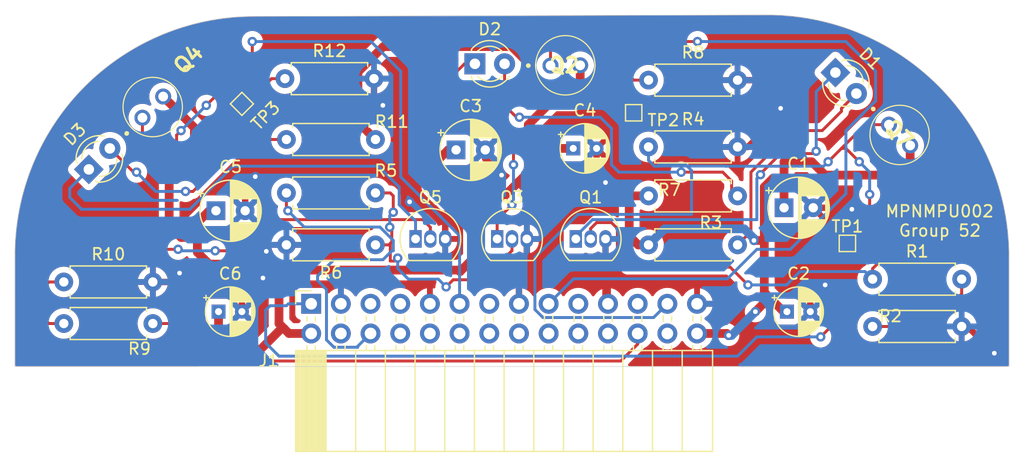
<source format=kicad_pcb>
(kicad_pcb (version 20221018) (generator pcbnew)
  (layers (0 "F.Cu" signal) (31 "B.Cu" signal) (34 "B.Paste" user) (35 "F.Paste" user) (36 "B.SilkS" user "B.Silkscreen") (37 "F.SilkS" user "F.Silkscreen") (38 "B.Mask" user) (39 "F.Mask" user) (44 "Edge.Cuts" user))
  (net 0 "")
  (net 1 "Net-(D1-K)")
  (net 2 "Net-(D1-A)")
  (net 3 "Net-(D2-A)")
  (net 4 "GND")
  (net 5 "+3V3")
  (net 6 "Net-(D2-K)")
  (net 7 "Net-(D3-K)")
  (net 8 "Net-(D3-A)")
  (net 9 "Net-(J1-Pin_1)")
  (net 12 "Net-(J1-Pin_6)")
  (net 16 "Net-(J1-Pin_11)")
  (net 21 "Net-(J1-Pin_17)")
  (net 27 "Net-(J1-Pin_24)")
  (net 28 "Net-(J1-Pin_25)")
  (net 30 "Net-(Q1-G)")
  (net 31 "Net-(Q3-G)")
  (net 32 "Net-(Q5-G)")
  (footprint "TestPoint:TestPoint_Pad_1.0x1.0mm" (layer "F.Cu") (at 236.347 78.232)
    (fp_text reference "TP1" (at 0 -1.448) (layer "F.SilkS"))
    (fp_text value "TP")
    (pad "1" smd rect (at 0 0) (size 1 1) (layers "F.Cu" "F.Mask") (net 28 "Net-(J1-Pin_25)"))
  )
  (footprint "LED_THT:LED_D3.0mm_IRBlack" (layer "F.Cu") (at 235.318439 63.614439 -45)
    (fp_text reference "D1" (at 1.27 -2.96 135) (layer "F.SilkS"))
    (fp_text value "TSAL4400")
    (pad "1" thru_hole rect (at 0 0 315) (size 1.8 1.8) (drill 0.9) (layers "*.Cu" "*.Mask") (net 1 "Net-(D1-K)"))
    (pad "2" thru_hole circle (at 2.54 0 315) (size 1.8 1.8) (drill 0.9) (layers "*.Cu" "*.Mask") (net 2 "Net-(D1-A)"))
  )
  (footprint "TestPoint:TestPoint_Pad_1.0x1.0mm" (layer "F.Cu") (at 184.531 66.294 45)
    (fp_text reference "TP3" (at 0.71842 2.155261 45) (layer "F.SilkS"))
    (fp_text value "TP")
    (pad "1" smd rect (at 0 0 45) (size 1 1) (layers "F.Cu" "F.Mask") (net 16 "Net-(J1-Pin_11)"))
  )
  (footprint "Package_TO_SOT_THT:TO-92_Inline" (layer "F.Cu") (at 206.375 77.851)
    (fp_text reference "Q3" (at 1.27 -3.56) (layer "F.SilkS"))
    (fp_text value "BS170")
    (pad "1" thru_hole rect (at 0 0) (size 1.05 1.5) (drill 0.75) (layers "*.Cu" "*.Mask") (net 6 "Net-(D2-K)"))
    (pad "2" thru_hole oval (at 1.27 0) (size 1.05 1.5) (drill 0.75) (layers "*.Cu" "*.Mask") (net 31 "Net-(Q3-G)"))
    (pad "3" thru_hole oval (at 2.54 0) (size 1.05 1.5) (drill 0.75) (layers "*.Cu" "*.Mask") (net 4 "GND"))
  )
  (footprint "Capacitor_THT:CP_Radial_D5.0mm_P2.50mm" (layer "F.Cu") (at 202.859 70.231)
    (fp_text reference "C3" (at 1.25 -3.75) (layer "F.SilkS"))
    (fp_text value "4.7u")
    (pad "1" thru_hole rect (at 0 0) (size 1.6 1.6) (drill 0.8) (layers "*.Cu" "*.Mask") (net 5 "+3V3"))
    (pad "2" thru_hole circle (at 2.5 0) (size 1.6 1.6) (drill 0.8) (layers "*.Cu" "*.Mask") (net 4 "GND"))
  )
  (footprint "Resistor_THT:R_Axial_DIN0207_L6.3mm_D2.5mm_P7.62mm_Horizontal" (layer "F.Cu") (at 169.291 85.09)
    (fp_text reference "R9" (at 6.477 2.159) (layer "F.SilkS"))
    (fp_text value "100")
    (pad "1" thru_hole circle (at 0 0) (size 1.6 1.6) (drill 0.8) (layers "*.Cu" "*.Mask") (net 32 "Net-(Q5-G)"))
    (pad "2" thru_hole oval (at 7.62 0) (size 1.6 1.6) (drill 0.8) (layers "*.Cu" "*.Mask") (net 27 "Net-(J1-Pin_24)"))
  )
  (footprint "KiCad:PT2046B" (layer "F.Cu") (at 239.903 68.072 -45)
    (fp_text reference "Q7" (at 1.155 -0.027 135) (layer "F.SilkS") (effects (font (size 1.27 1.27) (thickness 0.254))))
    (fp_text value "PT204-6B" hide)
    (pad "1" thru_hole circle (at 0 0 315) (size 1.365 1.365) (drill 0.84) (layers "*.Cu" "*.Mask") (net 28 "Net-(J1-Pin_25)"))
    (pad "2" thru_hole circle (at 2.54 -0.027 315) (size 1.365 1.365) (drill 0.84) (layers "*.Cu" "*.Mask") (net 5 "+3V3"))
  )
  (footprint "Capacitor_THT:CP_Radial_D5.0mm_P2.50mm" (layer "F.Cu") (at 182.309888 75.438)
    (fp_text reference "C5" (at 1.25 -3.75) (layer "F.SilkS"))
    (fp_text value "4.7u")
    (pad "1" thru_hole rect (at 0 0) (size 1.6 1.6) (drill 0.8) (layers "*.Cu" "*.Mask") (net 5 "+3V3"))
    (pad "2" thru_hole circle (at 2.5 0) (size 1.6 1.6) (drill 0.8) (layers "*.Cu" "*.Mask") (net 4 "GND"))
  )
  (footprint "Resistor_THT:R_Axial_DIN0207_L6.3mm_D2.5mm_P7.62mm_Horizontal" (layer "F.Cu") (at 219.329 69.977)
    (fp_text reference "R4" (at 3.81 -2.37) (layer "F.SilkS"))
    (fp_text value "1.8k")
    (pad "1" thru_hole circle (at 0 0) (size 1.6 1.6) (drill 0.8) (layers "*.Cu" "*.Mask") (net 28 "Net-(J1-Pin_25)"))
    (pad "2" thru_hole oval (at 7.62 0) (size 1.6 1.6) (drill 0.8) (layers "*.Cu" "*.Mask") (net 4 "GND"))
  )
  (footprint "Resistor_THT:R_Axial_DIN0207_L6.3mm_D2.5mm_P7.62mm_Horizontal" (layer "F.Cu") (at 195.961 78.359 180)
    (fp_text reference "R6" (at 3.81 -2.37) (layer "F.SilkS"))
    (fp_text value "47k")
    (pad "1" thru_hole circle (at 0 0 180) (size 1.6 1.6) (drill 0.8) (layers "*.Cu" "*.Mask") (net 31 "Net-(Q3-G)"))
    (pad "2" thru_hole oval (at 7.62 0 180) (size 1.6 1.6) (drill 0.8) (layers "*.Cu" "*.Mask") (net 4 "GND"))
  )
  (footprint "LED_THT:LED_D3.0mm_IRBlack" (layer "F.Cu") (at 171.431949 71.900051 45)
    (fp_text reference "D3" (at 1.27 -2.96 45) (layer "F.SilkS"))
    (fp_text value "TSAL4400")
    (pad "1" thru_hole rect (at 0 0 45) (size 1.8 1.8) (drill 0.9) (layers "*.Cu" "*.Mask") (net 7 "Net-(D3-K)"))
    (pad "2" thru_hole circle (at 2.54 0 45) (size 1.8 1.8) (drill 0.9) (layers "*.Cu" "*.Mask") (net 8 "Net-(D3-A)"))
  )
  (footprint "Resistor_THT:R_Axial_DIN0207_L6.3mm_D2.5mm_P7.62mm_Horizontal" (layer "F.Cu") (at 195.961 69.342 180)
    (fp_text reference "R11" (at -1.397 1.524) (layer "F.SilkS"))
    (fp_text value "51")
    (pad "1" thru_hole circle (at 0 0 180) (size 1.6 1.6) (drill 0.8) (layers "*.Cu" "*.Mask") (net 5 "+3V3"))
    (pad "2" thru_hole oval (at 7.62 0 180) (size 1.6 1.6) (drill 0.8) (layers "*.Cu" "*.Mask") (net 8 "Net-(D3-A)"))
  )
  (footprint "KiCad:PT2046B" (layer "F.Cu") (at 176.017551 67.479633 45)
    (fp_text reference "Q4" (at 6.319471 -0.745421 45) (layer "F.SilkS") (effects (font (size 1.27 1.27) (thickness 0.254))))
    (fp_text value "PT204-6B" hide)
    (pad "1" thru_hole circle (at 0 0 45) (size 1.365 1.365) (drill 0.84) (layers "*.Cu" "*.Mask") (net 16 "Net-(J1-Pin_11)"))
    (pad "2" thru_hole circle (at 2.54 -0.027 45) (size 1.365 1.365) (drill 0.84) (layers "*.Cu" "*.Mask") (net 5 "+3V3"))
  )
  (footprint "Resistor_THT:R_Axial_DIN0207_L6.3mm_D2.5mm_P7.62mm_Horizontal" (layer "F.Cu") (at 238.506 85.344)
    (fp_text reference "R2" (at 1.524 -0.889) (layer "F.SilkS"))
    (fp_text value "47k")
    (pad "1" thru_hole circle (at 0 0) (size 1.6 1.6) (drill 0.8) (layers "*.Cu" "*.Mask") (net 30 "Net-(Q1-G)"))
    (pad "2" thru_hole oval (at 7.62 0) (size 1.6 1.6) (drill 0.8) (layers "*.Cu" "*.Mask") (net 4 "GND"))
  )
  (footprint "Resistor_THT:R_Axial_DIN0207_L6.3mm_D2.5mm_P7.62mm_Horizontal" (layer "F.Cu") (at 169.291 81.534)
    (fp_text reference "R10" (at 3.81 -2.37) (layer "F.SilkS"))
    (fp_text value "47k")
    (pad "1" thru_hole circle (at 0 0) (size 1.6 1.6) (drill 0.8) (layers "*.Cu" "*.Mask") (net 32 "Net-(Q5-G)"))
    (pad "2" thru_hole oval (at 7.62 0) (size 1.6 1.6) (drill 0.8) (layers "*.Cu" "*.Mask") (net 4 "GND"))
  )
  (footprint "Connector_PinSocket_2.54mm:PinSocket_2x14_P2.54mm_Horizontal" (layer "F.Cu") (at 190.46 83.402 90)
    (fp_text reference "J1" (at -4.863 -3.643 180) (layer "F.SilkS"))
    (fp_text value "Conn_02x14_Odd_Even")
    (pad "1" thru_hole rect (at 0 0 90) (size 1.7 1.7) (drill 1) (layers "*.Cu" "*.Mask") (net 9 "Net-(J1-Pin_1)"))
    (pad "2" thru_hole oval (at -2.54 0 90) (size 1.7 1.7) (drill 1) (layers "*.Cu" "*.Mask") (net 5 "+3V3"))
    (pad "3" thru_hole oval (at 0 2.54 90) (size 1.7 1.7) (drill 1) (layers "*.Cu" "*.Mask") (net 4 "GND"))
    (pad "4" thru_hole oval (at -2.54 2.54 90) (size 1.7 1.7) (drill 1) (layers "*.Cu" "*.Mask"))
    (pad "5" thru_hole oval (at 0 5.08 90) (size 1.7 1.7) (drill 1) (layers "*.Cu" "*.Mask"))
    (pad "6" thru_hole oval (at -2.54 5.08 90) (size 1.7 1.7) (drill 1) (layers "*.Cu" "*.Mask") (net 12 "Net-(J1-Pin_6)"))
    (pad "7" thru_hole oval (at 0 7.62 90) (size 1.7 1.7) (drill 1) (layers "*.Cu" "*.Mask"))
    (pad "8" thru_hole oval (at -2.54 7.62 90) (size 1.7 1.7) (drill 1) (layers "*.Cu" "*.Mask"))
    (pad "9" thru_hole oval (at 0 10.16 90) (size 1.7 1.7) (drill 1) (layers "*.Cu" "*.Mask") (net 4 "GND"))
    (pad "10" thru_hole oval (at -2.54 10.16 90) (size 1.7 1.7) (drill 1) (layers "*.Cu" "*.Mask"))
    (pad "11" thru_hole oval (at 0 12.7 90) (size 1.7 1.7) (drill 1) (layers "*.Cu" "*.Mask") (net 16 "Net-(J1-Pin_11)"))
    (pad "12" thru_hole oval (at -2.54 12.7 90) (size 1.7 1.7) (drill 1) (layers "*.Cu" "*.Mask"))
    (pad "13" thru_hole oval (at 0 15.24 90) (size 1.7 1.7) (drill 1) (layers "*.Cu" "*.Mask"))
    (pad "14" thru_hole oval (at -2.54 15.24 90) (size 1.7 1.7) (drill 1) (layers "*.Cu" "*.Mask"))
    (pad "15" thru_hole oval (at 0 17.78 90) (size 1.7 1.7) (drill 1) (layers "*.Cu" "*.Mask") (net 4 "GND"))
    (pad "16" thru_hole oval (at -2.54 17.78 90) (size 1.7 1.7) (drill 1) (layers "*.Cu" "*.Mask"))
    (pad "17" thru_hole oval (at 0 20.32 90) (size 1.7 1.7) (drill 1) (layers "*.Cu" "*.Mask") (net 21 "Net-(J1-Pin_17)"))
    (pad "18" thru_hole oval (at -2.54 20.32 90) (size 1.7 1.7) (drill 1) (layers "*.Cu" "*.Mask"))
    (pad "19" thru_hole oval (at 0 22.86 90) (size 1.7 1.7) (drill 1) (layers "*.Cu" "*.Mask"))
    (pad "20" thru_hole oval (at -2.54 22.86 90) (size 1.7 1.7) (drill 1) (layers "*.Cu" "*.Mask"))
    (pad "21" thru_hole oval (at 0 25.4 90) (size 1.7 1.7) (drill 1) (layers "*.Cu" "*.Mask") (net 4 "GND"))
    (pad "22" thru_hole oval (at -2.54 25.4 90) (size 1.7 1.7) (drill 1) (layers "*.Cu" "*.Mask"))
    (pad "23" thru_hole oval (at 0 27.94 90) (size 1.7 1.7) (drill 1) (layers "*.Cu" "*.Mask"))
    (pad "24" thru_hole oval (at -2.54 27.94 90) (size 1.7 1.7) (drill 1) (layers "*.Cu" "*.Mask") (net 27 "Net-(J1-Pin_24)"))
    (pad "25" thru_hole oval (at 0 30.48 90) (size 1.7 1.7) (drill 1) (layers "*.Cu" "*.Mask") (net 28 "Net-(J1-Pin_25)"))
    (pad "26" thru_hole oval (at -2.54 30.48 90) (size 1.7 1.7) (drill 1) (layers "*.Cu" "*.Mask"))
    (pad "27" thru_hole oval (at 0 33.02 90) (size 1.7 1.7) (drill 1) (layers "*.Cu" "*.Mask") (net 4 "GND"))
    (pad "28" thru_hole oval (at -2.54 33.02 90) (size 1.7 1.7) (drill 1) (layers "*.Cu" "*.Mask") (net 5 "+3V3"))
  )
  (footprint "Capacitor_THT:CP_Radial_D4.0mm_P2.00mm" (layer "F.Cu") (at 231.172 84.074)
    (fp_text reference "C2" (at 1 -3.25) (layer "F.SilkS"))
    (fp_text value "0.1u")
    (pad "1" thru_hole rect (at 0 0) (size 1.2 1.2) (drill 0.6) (layers "*.Cu" "*.Mask") (net 5 "+3V3"))
    (pad "2" thru_hole circle (at 2 0) (size 1.2 1.2) (drill 0.6) (layers "*.Cu" "*.Mask") (net 4 "GND"))
  )
  (footprint "KiCad:PT2046B" (layer "F.Cu") (at 210.94 63.019)
    (fp_text reference "Q2" (at 1.155 -0.027) (layer "F.SilkS") (effects (font (size 1.27 1.27) (thickness 0.254))))
    (fp_text value "PT204-6B" hide)
    (pad "1" thru_hole circle (at 0 0) (size 1.365 1.365) (drill 0.84) (layers "*.Cu" "*.Mask") (net 21 "Net-(J1-Pin_17)"))
    (pad "2" thru_hole circle (at 2.54 -0.027) (size 1.365 1.365) (drill 0.84) (layers "*.Cu" "*.Mask") (net 5 "+3V3"))
  )
  (footprint "Capacitor_THT:CP_Radial_D5.0mm_P2.50mm" (layer "F.Cu") (at 230.926 75.184)
    (fp_text reference "C1" (at 1.25 -3.75) (layer "F.SilkS"))
    (fp_text value "4.7u")
    (pad "1" thru_hole rect (at 0 0) (size 1.6 1.6) (drill 0.8) (layers "*.Cu" "*.Mask") (net 5 "+3V3"))
    (pad "2" thru_hole circle (at 2.5 0) (size 1.6 1.6) (drill 0.8) (layers "*.Cu" "*.Mask") (net 4 "GND"))
  )
  (footprint "Resistor_THT:R_Axial_DIN0207_L6.3mm_D2.5mm_P7.62mm_Horizontal" (layer "F.Cu") (at 219.329 78.359)
    (fp_text reference "R3" (at 5.334 -1.905) (layer "F.SilkS"))
    (fp_text value "51")
    (pad "1" thru_hole circle (at 0 0) (size 1.6 1.6) (drill 0.8) (layers "*.Cu" "*.Mask") (net 5 "+3V3"))
    (pad "2" thru_hole oval (at 7.62 0) (size 1.6 1.6) (drill 0.8) (layers "*.Cu" "*.Mask") (net 2 "Net-(D1-A)"))
  )
  (footprint "Resistor_THT:R_Axial_DIN0207_L6.3mm_D2.5mm_P7.62mm_Horizontal" (layer "F.Cu") (at 195.961 73.914 180)
    (fp_text reference "R5" (at -0.889 1.905) (layer "F.SilkS"))
    (fp_text value "100")
    (pad "1" thru_hole circle (at 0 0 180) (size 1.6 1.6) (drill 0.8) (layers "*.Cu" "*.Mask") (net 31 "Net-(Q3-G)"))
    (pad "2" thru_hole oval (at 7.62 0 180) (size 1.6 1.6) (drill 0.8) (layers "*.Cu" "*.Mask") (net 12 "Net-(J1-Pin_6)"))
  )
  (footprint "TestPoint:TestPoint_Pad_1.0x1.0mm" (layer "F.Cu") (at 218.059 67.056)
    (fp_text reference "TP2" (at 2.54 0.635) (layer "F.SilkS"))
    (fp_text value "TP")
    (pad "1" smd rect (at 0 0) (size 1 1) (layers "F.Cu" "F.Mask") (net 21 "Net-(J1-Pin_17)"))
  )
  (footprint "Resistor_THT:R_Axial_DIN0207_L6.3mm_D2.5mm_P7.62mm_Horizontal" (layer "F.Cu") (at 219.329 64.262)
    (fp_text reference "R8" (at 3.81 -2.37) (layer "F.SilkS"))
    (fp_text value "1.8k")
    (pad "1" thru_hole circle (at 0 0) (size 1.6 1.6) (drill 0.8) (layers "*.Cu" "*.Mask") (net 21 "Net-(J1-Pin_17)"))
    (pad "2" thru_hole oval (at 7.62 0) (size 1.6 1.6) (drill 0.8) (layers "*.Cu" "*.Mask") (net 4 "GND"))
  )
  (footprint "Resistor_THT:R_Axial_DIN0207_L6.3mm_D2.5mm_P7.62mm_Horizontal" (layer "F.Cu") (at 238.506 81.294)
    (fp_text reference "R1" (at 3.81 -2.37) (layer "F.SilkS"))
    (fp_text value "100")
    (pad "1" thru_hole circle (at 0 0) (size 1.6 1.6) (drill 0.8) (layers "*.Cu" "*.Mask") (net 30 "Net-(Q1-G)"))
    (pad "2" thru_hole oval (at 7.62 0) (size 1.6 1.6) (drill 0.8) (layers "*.Cu" "*.Mask") (net 9 "Net-(J1-Pin_1)"))
  )
  (footprint "Capacitor_THT:CP_Radial_D4.0mm_P2.00mm" (layer "F.Cu") (at 212.884 70.104)
    (fp_text reference "C4" (at 1 -3.25) (layer "F.SilkS"))
    (fp_text value "0.1u")
    (pad "1" thru_hole rect (at 0 0) (size 1.2 1.2) (drill 0.6) (layers "*.Cu" "*.Mask") (net 5 "+3V3"))
    (pad "2" thru_hole circle (at 2 0) (size 1.2 1.2) (drill 0.6) (layers "*.Cu" "*.Mask") (net 4 "GND"))
  )
  (footprint "Package_TO_SOT_THT:TO-92_Inline" (layer "F.Cu") (at 213.106 77.851)
    (fp_text reference "Q1" (at 1.27 -3.56) (layer "F.SilkS"))
    (fp_text value "BS170")
    (pad "1" thru_hole rect (at 0 0) (size 1.05 1.5) (drill 0.75) (layers "*.Cu" "*.Mask") (net 1 "Net-(D1-K)"))
    (pad "2" thru_hole oval (at 1.27 0) (size 1.05 1.5) (drill 0.75) (layers "*.Cu" "*.Mask") (net 30 "Net-(Q1-G)"))
    (pad "3" thru_hole oval (at 2.54 0) (size 1.05 1.5) (drill 0.75) (layers "*.Cu" "*.Mask") (net 4 "GND"))
  )
  (footprint "Resistor_THT:R_Axial_DIN0207_L6.3mm_D2.5mm_P7.62mm_Horizontal" (layer "F.Cu") (at 188.214 64.135)
    (fp_text reference "R12" (at 3.81 -2.37) (layer "F.SilkS"))
    (fp_text value "1.8k")
    (pad "1" thru_hole circle (at 0 0) (size 1.6 1.6) (drill 0.8) (layers "*.Cu" "*.Mask") (net 16 "Net-(J1-Pin_11)"))
    (pad "2" thru_hole oval (at 7.62 0) (size 1.6 1.6) (drill 0.8) (layers "*.Cu" "*.Mask") (net 4 "GND"))
  )
  (footprint "Resistor_THT:R_Axial_DIN0207_L6.3mm_D2.5mm_P7.62mm_Horizontal" (layer "F.Cu") (at 219.329 74.168)
    (fp_text reference "R7" (at 1.778 -0.508) (layer "F.SilkS"))
    (fp_text value "51")
    (pad "1" thru_hole circle (at 0 0) (size 1.6 1.6) (drill 0.8) (layers "*.Cu" "*.Mask") (net 5 "+3V3"))
    (pad "2" thru_hole oval (at 7.62 0) (size 1.6 1.6) (drill 0.8) (layers "*.Cu" "*.Mask") (net 3 "Net-(D2-A)"))
  )
  (footprint "Package_TO_SOT_THT:TO-92_Inline" (layer "F.Cu") (at 199.39 77.851)
    (fp_text reference "Q5" (at 1.27 -3.56) (layer "F.SilkS"))
    (fp_text value "BS170" hide)
    (pad "1" thru_hole rect (at 0 0) (size 1.05 1.5) (drill 0.75) (layers "*.Cu" "*.Mask") (net 7 "Net-(D3-K)"))
    (pad "2" thru_hole oval (at 1.27 0) (size 1.05 1.5) (drill 0.75) (layers "*.Cu" "*.Mask") (net 32 "Net-(Q5-G)"))
    (pad "3" thru_hole oval (at 2.54 0) (size 1.05 1.5) (drill 0.75) (layers "*.Cu" "*.Mask") (net 4 "GND"))
  )
  (footprint "LED_THT:LED_D3.0mm_IRBlack" (layer "F.Cu") (at 204.47 62.865)
    (fp_text reference "D2" (at 1.27 -2.96) (layer "F.SilkS"))
    (fp_text value "TSAL4400")
    (pad "1" thru_hole rect (at 0 0) (size 1.8 1.8) (drill 0.9) (layers "*.Cu" "*.Mask") (net 6 "Net-(D2-K)"))
    (pad "2" thru_hole circle (at 2.54 0) (size 1.8 1.8) (drill 0.9) (layers "*.Cu" "*.Mask") (net 3 "Net-(D2-A)"))
  )
  (footprint "Capacitor_THT:CP_Radial_D4.0mm_P2.00mm" (layer "F.Cu") (at 182.531 84.074)
    (fp_text reference "C6" (at 1 -3.25) (layer "F.SilkS"))
    (fp_text value "0.1u")
    (pad "1" thru_hole rect (at 0 0) (size 1.2 1.2) (drill 0.6) (layers "*.Cu" "*.Mask") (net 5 "+3V3"))
    (pad "2" thru_hole circle (at 2 0) (size 1.2 1.2) (drill 0.6) (layers "*.Cu" "*.Mask") (net 4 "GND"))
  )
  (gr_arc (start 165.1 79.248) (mid 171.088788 64.789788) (end 185.547 58.801) (stroke (width 0.05)) (layer "Edge.Cuts"))
  (gr_line (start 165.1 88.773) (end 250.19 88.773) (stroke (width 0.05)) (layer "Edge.Cuts"))
  (gr_line (start 185.547 58.801) (end 229.489 58.674) (stroke (width 0.05)) (layer "Edge.Cuts"))
  (gr_arc (start 229.489 58.674) (mid 244.126817 64.737183) (end 250.19 79.375) (stroke (width 0.05)) (layer "Edge.Cuts"))
  (gr_line (start 250.19 88.773) (end 250.19 79.375) (stroke (width 0.05)) (layer "Edge.Cuts"))
  (gr_line (start 165.1 88.773) (end 165.1 79.248) (stroke (width 0.05)) (layer "Edge.Cuts"))
  (gr_text "MPNMPU002" (at 239.522 76.073) (layer "F.SilkS") (effects (font (size 1 1)) (justify left bottom)))
  (gr_text "Group 52" (at 240.665 77.724) (layer "F.SilkS") (effects (font (size 1 1)) (justify left bottom)))
  (segment (start 228.910348 72.3525) (end 228.910348 72.272703) (width 0.25) (layer "F.Cu") (net 1))
  (segment (start 233.471605 70.547) (end 233.671926 70.346679) (width 0.25) (layer "F.Cu") (net 1))
  (segment (start 231.14 70.547) (end 233.471605 70.547) (width 0.25) (layer "F.Cu") (net 1))
  (segment (start 228.910348 72.272703) (end 230.636051 70.547) (width 0.25) (layer "F.Cu") (net 1))
  (segment (start 230.636051 70.547) (end 231.14 70.547) (width 0.25) (layer "F.Cu") (net 1))
  (via (at 228.910348 72.3525) (size 0.8) (drill 0.4) (layers "F.Cu" "B.Cu") (net 1))
  (via (at 233.671926 70.346679) (size 0.8) (drill 0.4) (layers "F.Cu" "B.Cu") (net 1))
  (segment (start 233.68 65.252878) (end 235.318439 63.614439) (width 0.25) (layer "B.Cu") (net 1))
  (segment (start 233.671926 70.346679) (end 233.68 70.338605) (width 0.25) (layer "B.Cu") (net 1))
  (segment (start 214.532 76.2) (end 228.6 76.2) (width 0.25) (layer "B.Cu") (net 1))
  (segment (start 213.106 77.626) (end 214.532 76.2) (width 0.25) (layer "B.Cu") (net 1))
  (segment (start 228.6 76.2) (end 228.6 75.26) (width 0.25) (layer "B.Cu") (net 1))
  (segment (start 233.68 70.338605) (end 233.68 65.252878) (width 0.25) (layer "B.Cu") (net 1))
  (segment (start 213.106 77.851) (end 213.106 77.626) (width 0.25) (layer "B.Cu") (net 1))
  (segment (start 228.6 72.662848) (end 228.910348 72.3525) (width 0.25) (layer "B.Cu") (net 1))
  (segment (start 228.6 73.66) (end 228.6 72.662848) (width 0.25) (layer "B.Cu") (net 1))
  (segment (start 228.6 75.26) (end 228.6 73.66) (width 0.25) (layer "B.Cu") (net 1))
  (segment (start 237.11449 65.41049) (end 235.839 66.68598) (width 0.25) (layer "F.Cu") (net 2))
  (segment (start 235.839 66.68598) (end 235.839 66.929) (width 0.25) (layer "F.Cu") (net 2))
  (segment (start 228.092 77.216) (end 226.949 78.359) (width 0.25) (layer "F.Cu") (net 2))
  (segment (start 228.092 72.136) (end 228.092 77.216) (width 0.25) (layer "F.Cu") (net 2))
  (segment (start 231.648 68.58) (end 228.092 72.136) (width 0.25) (layer "F.Cu") (net 2))
  (segment (start 234.188 68.58) (end 231.648 68.58) (width 0.25) (layer "F.Cu") (net 2))
  (segment (start 235.839 66.929) (end 234.188 68.58) (width 0.25) (layer "F.Cu") (net 2))
  (segment (start 226.441 73.66) (end 226.949 74.168) (width 0.25) (layer "F.Cu") (net 3))
  (segment (start 207.772 67.183) (end 208.026 67.437) (width 0.25) (layer "F.Cu") (net 3))
  (segment (start 208.026 67.437) (end 208.28 67.437) (width 0.25) (layer "F.Cu") (net 3))
  (segment (start 207.01 62.865) (end 207.01 66.421) (width 0.25) (layer "F.Cu") (net 3))
  (segment (start 222.123 72.136) (end 225.679 72.136) (width 0.25) (layer "F.Cu") (net 3))
  (segment (start 207.01 66.421) (end 207.772 67.183) (width 0.25) (layer "F.Cu") (net 3))
  (segment (start 226.441 72.898) (end 226.441 73.66) (width 0.25) (layer "F.Cu") (net 3))
  (segment (start 225.679 72.136) (end 226.441 72.898) (width 0.25) (layer "F.Cu") (net 3))
  (via (at 222.123 72.136) (size 0.8) (drill 0.4) (layers "F.Cu" "B.Cu") (net 3))
  (via (at 208.28 67.437) (size 0.8) (drill 0.4) (layers "F.Cu" "B.Cu") (net 3))
  (segment (start 216.154 68.58) (end 216.154 71.501) (width 0.25) (layer "B.Cu") (net 3))
  (segment (start 216.154 71.501) (end 216.281 71.628) (width 0.25) (layer "B.Cu") (net 3))
  (segment (start 219.202 72.136) (end 222.123 72.136) (width 0.25) (layer "B.Cu") (net 3))
  (segment (start 216.154 68.392991) (end 216.154 68.58) (width 0.25) (layer "B.Cu") (net 3))
  (segment (start 215.198009 67.437) (end 216.154 68.392991) (width 0.25) (layer "B.Cu") (net 3))
  (segment (start 208.28 67.437) (end 215.198009 67.437) (width 0.25) (layer "B.Cu") (net 3))
  (segment (start 216.281 71.628) (end 216.789 72.136) (width 0.25) (layer "B.Cu") (net 3))
  (segment (start 216.789 72.136) (end 219.202 72.136) (width 0.25) (layer "B.Cu") (net 3))
  (segment (start 184.809888 75.438) (end 184.809888 73.381112) (width 0.55) (layer "F.Cu") (net 4))
  (segment (start 201.995595 76.2) (end 201.93 76.134405) (width 0.55) (layer "F.Cu") (net 4))
  (segment (start 246.126 85.344) (end 246.634 85.344) (width 0.55) (layer "F.Cu") (net 4))
  (segment (start 208.915 77.851) (end 208.915 80.645) (width 0.55) (layer "F.Cu") (net 4))
  (segment (start 208.915 80.645) (end 208.915 81.153) (width 0.55) (layer "F.Cu") (net 4))
  (segment (start 201.93 76.134405) (end 201.010298 75.214702) (width 0.55) (layer "F.Cu") (net 4))
  (segment (start 227.838 69.977) (end 226.949 69.977) (width 0.55) (layer "F.Cu") (net 4))
  (segment (start 176.911 81.534) (end 178.435 81.534) (width 0.55) (layer "F.Cu") (net 4))
  (segment (start 184.531 82.994189) (end 186.332417 81.192772) (width 0.55) (layer "F.Cu") (net 4))
  (segment (start 230.632 67.183) (end 227.838 69.977) (width 0.55) (layer "F.Cu") (net 4))
  (segment (start 178.435 81.534) (end 179.197 80.772) (width 0.55) (layer "F.Cu") (net 4))
  (segment (start 233.426 75.184) (end 236.601 75.184) (width 0.55) (layer "F.Cu") (net 4))
  (segment (start 236.601 75.184) (end 236.728 75.311) (width 0.55) (layer "F.Cu") (net 4))
  (segment (start 233.172 84.074) (end 233.172 83.058) (width 0.55) (layer "F.Cu") (net 4))
  (segment (start 215.646 83.188) (end 215.86 83.402) (width 0.55) (layer "F.Cu") (net 4))
  (segment (start 195.834 64.135) (end 195.834 65.659) (width 0.55) (layer "F.Cu") (net 4))
  (segment (start 230.632 66.675) (end 230.632 67.183) (width 0.55) (layer "F.Cu") (net 4))
  (segment (start 226.949 64.262) (end 228.854 64.262) (width 0.55) (layer "F.Cu") (net 4))
  (segment (start 214.884 72.263) (end 215.646 73.025) (width 0.55) (layer "F.Cu") (net 4))
  (segment (start 208.915 81.153) (end 208.24 81.828) (width 0.55) (layer "F.Cu") (net 4))
  (segment (start 214.884 70.104) (end 214.884 72.263) (width 0.55) (layer "F.Cu") (net 4))
  (segment (start 228.854 64.262) (end 230.632 66.04) (width 0.55) (layer "F.Cu") (net 4))
  (segment (start 195.834 65.659) (end 196.596 66.421) (width 0.55) (layer "F.Cu") (net 4))
  (segment (start 201.010298 75.214702) (end 199.420702 75.214702) (width 0.55) (layer "F.Cu") (net 4))
  (segment (start 230.632 66.04) (end 230.632 66.675) (width 0.55) (layer "F.Cu") (net 4))
  (segment (start 205.359 70.993) (end 206.756 72.39) (width 0.55) (layer "F.Cu") (net 4))
  (segment (start 205.359 70.231) (end 205.359 70.993) (width 0.55) (layer "F.Cu") (net 4))
  (segment (start 201.93 76.134405) (end 201.93 77.851) (width 0.55) (layer "F.Cu") (net 4))
  (segment (start 233.172 83.058) (end 234.442 81.788) (width 0.55) (layer "F.Cu") (net 4))
  (segment (start 208.24 81.828) (end 208.24 83.402) (width 0.55) (layer "F.Cu") (net 4))
  (segment (start 246.634 85.344) (end 248.92 87.63) (width 0.55) (layer "F.Cu") (net 4))
  (segment (start 184.531 84.074) (end 184.531 82.994189) (width 0.55) (layer "F.Cu") (net 4))
  (segment (start 199.420702 75.214702) (end 198.882 74.676) (width 0.55) (layer "F.Cu") (net 4))
  (segment (start 215.646 77.851) (end 215.646 83.188) (width 0.55) (layer "F.Cu") (net 4))
  (segment (start 184.809888 73.381112) (end 185.674 72.517) (width 0.55) (layer "F.Cu") (net 4))
  (via (at 206.756 72.39) (size 0.8) (drill 0.4) (layers "F.Cu" "B.Cu") (net 4))
  (via (at 230.632 66.675) (size 0.8) (drill 0.4) (layers "F.Cu" "B.Cu") (net 4))
  (via (at 215.646 73.025) (size 0.8) (drill 0.4) (layers "F.Cu" "B.Cu") (net 4))
  (via (at 234.442 81.788) (size 0.8) (drill 0.4) (layers "F.Cu" "B.Cu") (net 4))
  (via (at 198.882 74.676) (size 0.8) (drill 0.4) (layers "F.Cu" "B.Cu") (net 4))
  (via (at 186.620142 78.911476) (size 0.8) (drill 0.4) (layers "F.Cu" "B.Cu") (net 4))
  (via (at 179.197 80.772) (size 0.8) (drill 0.4) (layers "F.Cu" "B.Cu") (net 4))
  (via (at 236.728 75.311) (size 0.8) (drill 0.4) (layers "F.Cu" "B.Cu") (net 4))
  (via (at 248.92 87.63) (size 0.8) (drill 0.4) (layers "F.Cu" "B.Cu") (net 4))
  (via (at 185.674 72.517) (size 0.8) (drill 0.4) (layers "F.Cu" "B.Cu") (net 4))
  (via (at 186.332417 81.192772) (size 0.8) (drill 0.4) (layers "F.Cu" "B.Cu") (net 4))
  (via (at 196.596 66.421) (size 0.8) (drill 0.4) (layers "F.Cu" "B.Cu") (net 4))
  (segment (start 186.620142 78.911476) (end 186.620142 80.905047) (width 0.55) (layer "B.Cu") (net 4))
  (segment (start 186.620142 78.911476) (end 186.620142 77.248254) (width 0.55) (layer "B.Cu") (net 4))
  (segment (start 186.620142 77.248254) (end 184.809888 75.438) (width 0.55) (layer "B.Cu") (net 4))
  (segment (start 186.620142 80.905047) (end 186.332417 81.192772) (width 0.55) (layer "B.Cu") (net 4))
  (segment (start 207.01 74.168) (end 208.2165 72.9615) (width 0.75) (layer "F.Cu") (net 5))
  (segment (start 186.055 87.376) (end 187.8965 85.5345) (width 0.75) (layer "F.Cu") (net 5))
  (segment (start 203.073 80.518) (end 203.2 80.645) (width 0.75) (layer "F.Cu") (net 5))
  (segment (start 219.329 74.168) (end 217.678 74.168) (width 0.75) (layer "F.Cu") (net 5))
  (segment (start 241.718143 69.848959) (end 241.718143 71.590857) (width 0.75) (layer "F.Cu") (net 5))
  (segment (start 217.678 77.597) (end 217.678 74.168) (width 0.75) (layer "F.Cu") (net 5))
  (segment (start 217.043 74.168) (end 209.423 74.168) (width 0.75) (layer "F.Cu") (net 5))
  (segment (start 212.852 66.04) (end 213.48 65.412) (width 0.75) (layer "F.Cu") (net 5))
  (segment (start 187.706 85.09) (end 187.706 81.788) (width 0.75) (layer "F.Cu") (net 5))
  (segment (start 180.467 69.596) (end 180.467 70.358) (width 0.75) (layer "F.Cu") (net 5))
  (segment (start 194.459 67.84) (end 194.459 63.565456) (width 0.75) (layer "F.Cu") (net 5))
  (segment (start 229.997 72.644) (end 230.926 72.644) (width 0.75) (layer "F.Cu") (net 5))
  (segment (start 229.235 82.423) (end 229.235 77.978) (width 0.75) (layer "F.Cu") (net 5))
  (segment (start 234.442 72.39) (end 233.299 71.247) (width 0.75) (layer "F.Cu") (net 5))
  (segment (start 203.2 80.645) (end 204.343 79.502) (width 0.75) (layer "F.Cu") (net 5))
  (segment (start 208.2165 72.9615) (end 209.042 72.136) (width 0.75) (layer "F.Cu") (net 5))
  (segment (start 229.230701 77.982299) (end 229.235 77.978) (width 0.75) (layer "F.Cu") (net 5))
  (segment (start 187.706 81.788) (end 188.2775 81.2165) (width 0.75) (layer "F.Cu") (net 5))
  (segment (start 210.947 66.167) (end 211.074 66.04) (width 0.75) (layer "F.Cu") (net 5))
  (segment (start 200.787 73.406) (end 201.93 74.549) (width 0.75) (layer "F.Cu") (net 5))
  (segment (start 209.055 64.275) (end 210.947 66.167) (width 0.75) (layer "F.Cu") (net 5))
  (segment (start 196.634456 61.39) (end 207.620966 61.39) (width 0.75) (layer "F.Cu") (net 5))
  (segment (start 178.308 76.708) (end 179.324 77.724) (width 0.75) (layer "F.Cu") (net 5))
  (segment (start 179.324 77.724) (end 180.721 77.724) (width 0.75) (layer "F.Cu") (net 5))
  (segment (start 213.48 65.412) (end 213.48 62.992) (width 0.75) (layer "F.Cu") (net 5))
  (segment (start 182.309888 75.438) (end 181.737 75.438) (width 0.75) (layer "F.Cu") (net 5))
  (segment (start 182.531 84.074) (end 182.531 85.503) (width 0.75) (layer "F.Cu") (net 5))
  (segment (start 187.071 80.01) (end 188.2775 81.2165) (width 0.75) (layer "F.Cu") (net 5))
  (segment (start 200.787 71.628) (end 200.787 73.406) (width 0.75) (layer "F.Cu") (net 5))
  (segment (start 229.6795 82.8675) (end 229.235 82.423) (width 0.75) (layer "F.Cu") (net 5))
  (segment (start 230.926 72.644) (end 230.926 71.247) (width 0.75) (layer "F.Cu") (net 5))
  (segment (start 180.721 77.724) (end 180.721 78.994) (width 0.75) (layer "F.Cu") (net 5))
  (segment (start 209.042 72.136) (end 209.042 70.104) (width 0.75) (layer "F.Cu") (net 5))
  (segment (start 188.976 80.518) (end 203.073 80.518) (width 0.75) (layer "F.Cu") (net 5))
  (segment (start 212.884 70.104) (end 209.042 70.104) (width 0.75) (layer "F.Cu") (net 5))
  (segment (start 217.678 74.168) (end 217.043 74.168) (width 0.75) (layer "F.Cu") (net 5))
  (segment (start 204.597 74.549) (end 204.978 74.168) (width 0.75) (layer "F.Cu") (net 5))
  (segment (start 187.8965 85.5345) (end 188.1505 85.5345) (width 0.75) (layer "F.Cu") (net 5))
  (segment (start 218.44 78.359) (end 217.678 77.597) (width 0.75) (layer "F.Cu") (net 5))
  (segment (start 194.459 63.565456) (end 196.634456 61.39) (width 0.75) (layer "F.Cu") (net 5))
  (segment (start 181.737 80.01) (end 187.071 80.01) (width 0.75) (layer "F.Cu") (net 5))
  (segment (start 177.79451 65.66449) (end 180.467 68.33698) (width 0.75) (layer "F.Cu") (net 5))
  (segment (start 229.235 73.406) (end 229.997 72.644) (width 0.75) (layer "F.Cu") (net 5))
  (segment (start 229.235 77.978) (end 229.235 73.406) (width 0.75) (layer "F.Cu") (net 5))
  (segment (start 233.299 71.247) (end 230.926 71.247) (width 0.75) (layer "F.Cu") (net 5))
  (segment (start 241.718143 71.590857) (end 240.919 72.39) (width 0.75) (layer "F.Cu") (net 5))
  (segment (start 209.042 68.072) (end 210.947 66.167) (width 0.75) (layer "F.Cu") (net 5))
  (segment (start 228.473 84.074) (end 229.6795 82.8675) (width 0.75) (layer "F.Cu") (net 5))
  (segment (start 195.961 69.342) (end 194.459 67.84) (width 0.75) (layer "F.Cu") (net 5))
  (segment (start 184.404 87.376) (end 186.055 87.376) (width 0.75) (layer "F.Cu") (net 5))
  (segment (start 226.023 85.942) (end 226.187 86.106) (width 0.75) (layer "F.Cu") (net 5))
  (segment (start 188.1505 85.5345) (end 187.706 85.09) (width 0.75) (layer "F.Cu") (net 5))
  (segment (start 204.978 74.168) (end 207.01 74.168) (width 0.75) (layer "F.Cu") (net 5))
  (segment (start 202.859 70.231) (end 202.184 70.231) (width 0.75) (layer "F.Cu") (net 5))
  (segment (start 207.620966 61.39) (end 209.055 62.824034) (width 0.75) (layer "F.Cu") (net 5))
  (segment (start 188.558 85.942) (end 188.1505 85.5345) (width 0.75) (layer "F.Cu") (net 5))
  (segment (start 188.2775 81.2165) (end 188.976 80.518) (width 0.75) (layer "F.Cu") (net 5))
  (segment (start 223.48 85.942) (end 226.023 85.942) (width 0.75) (layer "F.Cu") (net 5))
  (segment (start 204.343 74.803) (end 204.597 74.549) (width 0.75) (layer "F.Cu") (net 5))
  (segment (start 180.721 76.454) (end 180.721 77.724) (width 0.75) (layer "F.Cu") (net 5))
  (segment (start 180.721 78.994) (end 181.737 80.01) (width 0.75) (layer "F.Cu") (net 5))
  (segment (start 182.531 85.503) (end 184.404 87.376) (width 0.75) (layer "F.Cu") (net 5))
  (segment (start 181.737 75.438) (end 180.721 76.454) (width 0.75) (layer "F.Cu") (net 5))
  (segment (start 190.46 85.942) (end 188.558 85.942) (width 0.75) (layer "F.Cu") (net 5))
  (segment (start 180.467 70.358) (end 178.308 72.517) (width 0.75) (layer "F.Cu") (net 5))
  (segment (start 211.074 66.04) (end 212.852 66.04) (width 0.75) (layer "F.Cu") (net 5))
  (segment (start 209.055 62.824034) (end 209.055 64.275) (width 0.75) (layer "F.Cu") (net 5))
  (segment (start 219.329 78.359) (end 218.44 78.359) (width 0.75) (layer "F.Cu") (net 5))
  (segment (start 228.350299 77.982299) (end 229.230701 77.982299) (width 0.75) (layer "F.Cu") (net 5))
  (segment (start 209.423 74.168) (end 208.2165 72.9615) (width 0.75) (layer "F.Cu") (net 5))
  (segment (start 204.343 79.502) (end 204.343 74.803) (width 0.75) (layer "F.Cu") (net 5))
  (segment (start 231.172 84.074) (end 230.886 84.074) (width 0.75) (layer "F.Cu") (net 5))
  (segment (start 209.042 70.104) (end 209.042 68.072) (width 0.75) (layer "F.Cu") (net 5))
  (segment (start 240.919 72.39) (end 234.442 72.39) (width 0.75) (layer "F.Cu") (net 5))
  (segment (start 178.308 72.517) (end 178.308 76.708) (width 0.75) (layer "F.Cu") (net 5))
  (segment (start 202.184 70.231) (end 200.787 71.628) (width 0.75) (layer "F.Cu") (net 5))
  (segment (start 180.467 68.33698) (end 180.467 69.596) (width 0.75) (layer "F.Cu") (net 5))
  (segment (start 230.926 75.184) (end 230.926 72.644) (width 0.75) (layer "F.Cu") (net 5))
  (segment (start 201.93 74.549) (end 204.597 74.549) (width 0.75) (layer "F.Cu") (net 5))
  (segment (start 230.886 84.074) (end 229.6795 82.8675) (width 0.75) (layer "F.Cu") (net 5))
  (via (at 226.187 86.106) (size 0.8) (drill 0.4) (layers "F.Cu" "B.Cu") (net 5))
  (via (at 228.473 84.074) (size 0.8) (drill 0.4) (layers "F.Cu" "B.Cu") (net 5))
  (via (at 228.350299 77.982299) (size 0.8) (drill 0.4) (layers "F.Cu" "B.Cu") (net 5))
  (segment (start 219.329 78.359) (end 220.704 76.984) (width 0.75) (layer "B.Cu") (net 5))
  (segment (start 226.187 86.106) (end 226.441 86.106) (width 0.75) (layer "B.Cu") (net 5))
  (segment (start 220.704 76.984) (end 227.518544 76.984) (width 0.75) (layer "B.Cu") (net 5))
  (segment (start 226.441 86.106) (end 228.473 84.074) (width 0.75) (layer "B.Cu") (net 5))
  (segment (start 228.350299 77.815755) (end 228.350299 77.982299) (width 0.75) (layer "B.Cu") (net 5))
  (segment (start 227.518544 76.984) (end 228.350299 77.815755) (width 0.75) (layer "B.Cu") (net 5))
  (segment (start 206.375 76.2) (end 207.645 74.93) (width 0.25) (layer "F.Cu") (net 6))
  (segment (start 202.565 65.786) (end 202.565 63.881) (width 0.25) (layer "F.Cu") (net 6))
  (segment (start 207.772 71.501) (end 207.772 68.834) (width 0.25) (layer "F.Cu") (net 6))
  (segment (start 202.565 63.881) (end 203.581 62.865) (width 0.25) (layer "F.Cu") (net 6))
  (segment (start 203.454 66.675) (end 202.565 65.786) (width 0.25) (layer "F.Cu") (net 6))
  (segment (start 207.772 68.834) (end 205.613 66.675) (width 0.25) (layer "F.Cu") (net 6))
  (segment (start 203.581 62.865) (end 204.47 62.865) (width 0.25) (layer "F.Cu") (net 6))
  (segment (start 205.613 66.675) (end 203.454 66.675) (width 0.25) (layer "F.Cu") (net 6))
  (segment (start 206.375 77.851) (end 206.375 76.2) (width 0.25) (layer "F.Cu") (net 6))
  (via (at 207.645 74.93) (size 0.8) (drill 0.4) (layers "F.Cu" "B.Cu") (net 6))
  (via (at 207.772 71.501) (size 0.8) (drill 0.4) (layers "F.Cu" "B.Cu") (net 6))
  (segment (start 207.772 74.803) (end 207.772 71.501) (width 0.25) (layer "B.Cu") (net 6))
  (segment (start 207.645 74.93) (end 207.772 74.803) (width 0.25) (layer "B.Cu") (net 6))
  (segment (start 199.39 77.851) (end 199.009 77.851) (width 0.25) (layer "F.Cu") (net 7))
  (segment (start 170.815 75.311) (end 180.086 75.311) (width 0.25) (layer "B.Cu") (net 7))
  (segment (start 169.799 73.533) (end 169.799 74.295) (width 0.25) (layer "B.Cu") (net 7))
  (segment (start 183.769 71.628) (end 196.215 71.628) (width 0.25) (layer "B.Cu") (net 7))
  (segment (start 169.799 74.295) (end 170.815 75.311) (width 0.25) (layer "B.Cu") (net 7))
  (segment (start 196.215 71.628) (end 197.993 73.406) (width 0.25) (layer "B.Cu") (net 7))
  (segment (start 197.993 73.406) (end 197.993 74.93) (width 0.25) (layer "B.Cu") (net 7))
  (segment (start 171.431949 71.900051) (end 169.799 73.533) (width 0.25) (layer "B.Cu") (net 7))
  (segment (start 180.086 75.311) (end 183.769 71.628) (width 0.25) (layer "B.Cu") (net 7))
  (segment (start 197.993 74.93) (end 199.39 76.327) (width 0.25) (layer "B.Cu") (net 7))
  (segment (start 199.39 76.327) (end 199.39 77.851) (width 0.25) (layer "B.Cu") (net 7))
  (segment (start 184.785 69.342) (end 180.34 73.787) (width 0.25) (layer "F.Cu") (net 8))
  (segment (start 188.341 69.342) (end 184.785 69.342) (width 0.25) (layer "F.Cu") (net 8))
  (segment (start 175.26 72.136) (end 173.228 70.104) (width 0.25) (layer "F.Cu") (net 8))
  (segment (start 175.514 72.136) (end 175.26 72.136) (width 0.25) (layer "F.Cu") (net 8))
  (segment (start 180.34 73.787) (end 179.705 73.787) (width 0.25) (layer "F.Cu") (net 8))
  (via (at 179.705 73.787) (size 0.8) (drill 0.4) (layers "F.Cu" "B.Cu") (net 8))
  (via (at 175.514 72.136) (size 0.8) (drill 0.4) (layers "F.Cu" "B.Cu") (net 8))
  (segment (start 179.705 73.787) (end 177.165 73.787) (width 0.25) (layer "B.Cu") (net 8))
  (segment (start 176.53 73.152) (end 175.514 72.136) (width 0.25) (layer "B.Cu") (net 8))
  (segment (start 177.165 73.787) (end 176.53 73.152) (width 0.25) (layer "B.Cu") (net 8))
  (segment (start 246.126 82.55) (end 245.237 83.439) (width 0.25) (layer "F.Cu") (net 9))
  (segment (start 246.126 81.294) (end 246.126 82.55) (width 0.25) (layer "F.Cu") (net 9))
  (segment (start 245.237 83.439) (end 236.855 83.439) (width 0.25) (layer "F.Cu") (net 9))
  (segment (start 236.855 83.439) (end 234.061 86.233) (width 0.25) (layer "F.Cu") (net 9))
  (via (at 234.061 86.233) (size 0.8) (drill 0.4) (layers "F.Cu" "B.Cu") (net 9))
  (segment (start 234.061 86.233) (end 228.6 86.233) (width 0.25) (layer "B.Cu") (net 9))
  (segment (start 187.706 87.884) (end 186.563 86.741) (width 0.25) (layer "B.Cu") (net 9))
  (segment (start 186.944 83.566) (end 188.341 83.566) (width 0.25) (layer "B.Cu") (net 9))
  (segment (start 188.341 83.566) (end 188.505 83.402) (width 0.25) (layer "B.Cu") (net 9))
  (segment (start 186.563 86.741) (end 186.563 83.947) (width 0.25) (layer "B.Cu") (net 9))
  (segment (start 228.6 86.233) (end 226.949 87.884) (width 0.25) (layer "B.Cu") (net 9))
  (segment (start 188.505 83.402) (end 190.46 83.402) (width 0.25) (layer "B.Cu") (net 9))
  (segment (start 186.563 83.947) (end 186.944 83.566) (width 0.25) (layer "B.Cu") (net 9))
  (segment (start 226.949 87.884) (end 187.706 87.884) (width 0.25) (layer "B.Cu") (net 9))
  (segment (start 188.341 73.914) (end 188.341 75.311) (width 0.25) (layer "F.Cu") (net 12))
  (segment (start 188.341 75.311) (end 188.468 75.438) (width 0.25) (layer "F.Cu") (net 12))
  (via (at 188.468 75.438) (size 0.8) (drill 0.4) (layers "F.Cu" "B.Cu") (net 12))
  (segment (start 196.342 76.835) (end 197.485 77.978) (width 0.25) (layer "B.Cu") (net 12))
  (segment (start 188.468 75.438) (end 189.865 76.835) (width 0.25) (layer "B.Cu") (net 12))
  (segment (start 191.77 86.487) (end 192.405 87.122) (width 0.25) (layer "B.Cu") (net 12))
  (segment (start 197.365037 78.867) (end 196.603037 79.629) (width 0.25) (layer "B.Cu") (net 12))
  (segment (start 194.437 87.045) (end 195.54 85.942) (width 0.25) (layer "B.Cu") (net 12))
  (segment (start 192.405 87.122) (end 194.437 87.122) (width 0.25) (layer "B.Cu") (net 12))
  (segment (start 191.008 81.416305) (end 191.77 82.178305) (width 0.25) (layer "B.Cu") (net 12))
  (segment (start 191.77 82.178305) (end 191.77 86.487) (width 0.25) (layer "B.Cu") (net 12))
  (segment (start 191.008 81.026) (end 191.008 81.416305) (width 0.25) (layer "B.Cu") (net 12))
  (segment (start 196.603037 79.629) (end 192.405 79.629) (width 0.25) (layer "B.Cu") (net 12))
  (segment (start 197.485 77.978) (end 197.485 78.867) (width 0.25) (layer "B.Cu") (net 12))
  (segment (start 194.437 87.122) (end 194.437 87.045) (width 0.25) (layer "B.Cu") (net 12))
  (segment (start 192.405 79.629) (end 191.008 81.026) (width 0.25) (layer "B.Cu") (net 12))
  (segment (start 197.485 78.867) (end 197.365037 78.867) (width 0.25) (layer "B.Cu") (net 12))
  (segment (start 189.865 76.835) (end 196.342 76.835) (width 0.25) (layer "B.Cu") (net 12))
  (segment (start 183.515 64.389) (end 185.42 64.389) (width 0.25) (layer "F.Cu") (net 16))
  (segment (start 181.483 66.421) (end 182.9435 64.9605) (width 0.25) (layer "F.Cu") (net 16))
  (segment (start 178.943 70.358) (end 178.943 68.961) (width 0.25) (layer "F.Cu") (net 16))
  (segment (start 186.817 64.389) (end 187.071 64.135) (width 0.25) (layer "F.Cu") (net 16))
  (segment (start 185.42 64.389) (end 186.817 64.389) (width 0.25) (layer "F.Cu") (net 16))
  (segment (start 187.071 64.135) (end 188.214 64.135) (width 0.25) (layer "F.Cu") (net 16))
  (segment (start 178.816 70.485) (end 178.943 70.358) (width 0.25) (layer "F.Cu") (net 16))
  (segment (start 178.943 68.961) (end 179.324 68.58) (width 0.25) (layer "F.Cu") (net 16))
  (segment (start 185.42 60.96) (end 185.42 64.389) (width 0.25) (layer "F.Cu") (net 16))
  (segment (start 184.531 66.294) (end 183.0705 64.8335) (width 0.25) (layer "F.Cu") (net 16))
  (segment (start 177.038 70.485) (end 178.816 70.485) (width 0.25) (layer "F.Cu") (net 16))
  (segment (start 176.017551 67.479633) (end 176.017551 69.464551) (width 0.25) (layer "F.Cu") (net 16))
  (segment (start 176.017551 69.464551) (end 177.038 70.485) (width 0.25) (layer "F.Cu") (net 16))
  (segment (start 183.0705 64.8335) (end 183.515 64.389) (width 0.25) (layer "F.Cu") (net 16))
  (segment (start 182.9435 64.9605) (end 183.0705 64.8335) (width 0.25) (layer "F.Cu") (net 16))
  (via (at 185.42 60.96) (size 0.8) (drill 0.4) (layers "F.Cu" "B.Cu") (net 16))
  (via (at 179.324 68.58) (size 0.8) (drill 0.4) (layers "F.Cu" "B.Cu") (net 16))
  (via (at 181.483 66.421) (size 0.8) (drill 0.4) (layers "F.Cu" "B.Cu") (net 16))
  (segment (start 179.324 68.58) (end 180.975 66.929) (width 0.25) (layer "B.Cu") (net 16))
  (segment (start 203.16 83.402) (end 203.16 77.576537) (width 0.25) (layer "B.Cu") (net 16))
  (segment (start 198.12 63.5) (end 195.58 60.96) (width 0.25) (layer "B.Cu") (net 16))
  (segment (start 180.975 66.929) (end 181.483 66.421) (width 0.25) (layer "B.Cu") (net 16))
  (segment (start 198.12 72.536537) (end 198.12 63.5) (width 0.25) (layer "B.Cu") (net 16))
  (segment (start 203.16 77.576537) (end 198.12 72.536537) (width 0.25) (layer "B.Cu") (net 16))
  (segment (start 195.58 60.96) (end 185.42 60.96) (width 0.25) (layer "B.Cu") (net 16))
  (segment (start 217.043 63.5) (end 217.297 63.246) (width 0.25) (layer "F.Cu") (net 21))
  (segment (start 223.52 60.96) (end 217.678 60.96) (width 0.25) (layer "F.Cu") (net 21))
  (segment (start 217.551 61.087) (end 217.551 63.246) (width 0.25) (layer "F.Cu") (net 21))
  (segment (start 217.551 63.754) (end 218.059 64.262) (width 0.25) (layer "F.Cu") (net 21))
  (segment (start 218.059 67.056) (end 218.059 65.278) (width 0.25) (layer "F.Cu") (net 21))
  (segment (start 217.678 60.96) (end 217.551 61.087) (width 0.25) (layer "F.Cu") (net 21))
  (segment (start 217.551 63.246) (end 217.551 63.754) (width 0.25) (layer "F.Cu") (net 21))
  (segment (start 218.059 64.262) (end 219.329 64.262) (width 0.25) (layer "F.Cu") (net 21))
  (segment (start 217.297 63.246) (end 217.551 63.246) (width 0.25) (layer "F.Cu") (net 21))
  (segment (start 217.043 60.579) (end 217.551 61.087) (width 0.25) (layer "F.Cu") (net 21))
  (segment (start 212.598 59.944) (end 216.408 59.944) (width 0.25) (layer "F.Cu") (net 21))
  (segment (start 210.94 63.019) (end 210.94 61.602) (width 0.25) (layer "F.Cu") (net 21))
  (segment (start 216.408 59.944) (end 217.043 60.579) (width 0.25) (layer "F.Cu") (net 21))
  (segment (start 218.059 65.278) (end 217.043 64.262) (width 0.25) (layer "F.Cu") (net 21))
  (segment (start 210.94 61.602) (end 212.598 59.944) (width 0.25) (layer "F.Cu") (net 21))
  (segment (start 217.043 64.262) (end 217.043 63.5) (width 0.25) (layer "F.Cu") (net 21))
  (via (at 223.52 60.96) (size 0.8) (drill 0.4) (layers "F.Cu" "B.Cu") (net 21))
  (segment (start 236.22 68.58) (end 238.76 66.04) (width 0.25) (layer "B.Cu") (net 21))
  (segment (start 238.76 63.5) (end 236.22 60.96) (width 0.25) (layer "B.Cu") (net 21))
  (segment (start 231.460991 78.74) (end 236.22 73.980991) (width 0.25) (layer "B.Cu") (net 21))
  (segment (start 236.22 73.980991) (end 236.22 68.58) (width 0.25) (layer "B.Cu") (net 21))
  (segment (start 212.919 81.263) (end 226.077 81.263) (width 0.25) (layer "B.Cu") (net 21))
  (segment (start 210.78 83.402) (end 212.919 81.263) (width 0.25) (layer "B.Cu") (net 21))
  (segment (start 226.077 81.263) (end 228.6 78.74) (width 0.25) (layer "B.Cu") (net 21))
  (segment (start 228.6 78.74) (end 231.460991 78.74) (width 0.25) (layer "B.Cu") (net 21))
  (segment (start 238.76 66.04) (end 238.76 63.5) (width 0.25) (layer "B.Cu") (net 21))
  (segment (start 236.22 60.96) (end 223.52 60.96) (width 0.25) (layer "B.Cu") (net 21))
  (segment (start 187.058339 88.296597) (end 216.955419 88.296597) (width 0.25) (layer "F.Cu") (net 27))
  (segment (start 178.308 85.09) (end 181.294 88.076) (width 0.25) (layer "F.Cu") (net 27))
  (segment (start 216.955419 88.296597) (end 218.4 86.852016) (width 0.25) (layer "F.Cu") (net 27))
  (segment (start 218.4 86.852016) (end 218.4 85.942) (width 0.25) (layer "F.Cu") (net 27))
  (segment (start 181.294 88.076) (end 186.837742 88.076) (width 0.25) (layer "F.Cu") (net 27))
  (segment (start 186.837742 88.076) (end 187.058339 88.296597) (width 0.25) (layer "F.Cu") (net 27))
  (segment (start 176.911 85.09) (end 178.308 85.09) (width 0.25) (layer "F.Cu") (net 27))
  (segment (start 237.363 71.247) (end 236.22 70.104) (width 0.25) (layer "F.Cu") (net 28))
  (segment (start 238.252 76.327) (end 238.252 74.041) (width 0.25) (layer "F.Cu") (net 28))
  (segment (start 235.839 70.104) (end 234.696 71.247) (width 0.25) (layer "F.Cu") (net 28))
  (segment (start 236.22 70.104) (end 235.839 70.104) (width 0.25) (layer "F.Cu") (net 28))
  (segment (start 236.347 78.232) (end 238.252 76.327) (width 0.25) (layer "F.Cu") (net 28))
  (segment (start 237.871 68.072) (end 235.839 70.104) (width 0.25) (layer "F.Cu") (net 28))
  (segment (start 239.903 68.072) (end 237.871 68.072) (width 0.25) (layer "F.Cu") (net 28))
  (via (at 238.252 74.041) (size 0.8) (drill 0.4) (layers "F.Cu" "B.Cu") (net 28))
  (via (at 234.696 71.247) (size 0.8) (drill 0.4) (layers "F.Cu" "B.Cu") (net 28))
  (via (at 237.363 71.247) (size 0.8) (drill 0.4) (layers "F.Cu" "B.Cu") (net 28))
  (segment (start 209.605 83.888701) (end 210.293299 84.577) (width 0.25) (layer "B.Cu") (net 28))
  (segment (start 210.293299 84.577) (end 219.765 84.577) (width 0.25) (layer "B.Cu") (net 28))
  (segment (start 219.329 71.12) (end 219.329 69.977) (width 0.25) (layer "B.Cu") (net 28))
  (segment (start 222.423305 71.411) (end 223.012 71.999695) (width 0.25) (layer "B.Cu") (net 28))
  (segment (start 225.933 71.628) (end 225.916 71.611) (width 0.25) (layer "B.Cu") (net 28))
  (segment (start 209.605 79.427) (end 209.605 83.888701) (width 0.25) (layer "B.Cu") (net 28))
  (segment (start 223.012 71.999695) (end 223.012 75.75) (width 0.25) (layer "B.Cu") (net 28))
  (segment (start 219.837 71.628) (end 219.329 71.12) (width 0.25) (layer "B.Cu") (net 28))
  (segment (start 220.091 71.628) (end 219.837 71.628) (width 0.25) (layer "B.Cu") (net 28))
  (segment (start 234.315 71.628) (end 225.933 71.628) (width 0.25) (layer "B.Cu") (net 28))
  (segment (start 238.252 74.041) (end 238.252 72.136) (width 0.25) (layer "B.Cu") (net 28))
  (segment (start 220.091 71.628) (end 220.308 71.411) (width 0.25) (layer "B.Cu") (net 28))
  (segment (start 213.282 75.75) (end 209.605 79.427) (width 0.25) (layer "B.Cu") (net 28))
  (segment (start 220.235 71.611) (end 220.218 71.628) (width 0.25) (layer "B.Cu") (net 28))
  (segment (start 220.218 71.628) (end 220.091 71.628) (width 0.25) (layer "B.Cu") (net 28))
  (segment (start 219.765 84.577) (end 220.94 83.402) (width 0.25) (layer "B.Cu") (net 28))
  (segment (start 234.696 71.247) (end 234.315 71.628) (width 0.25) (layer "B.Cu") (net 28))
  (segment (start 225.916 71.611) (end 220.235 71.611) (width 0.25) (layer "B.Cu") (net 28))
  (segment (start 238.252 72.136) (end 237.363 71.247) (width 0.25) (layer "B.Cu") (net 28))
  (segment (start 220.308 71.411) (end 222.423305 71.411) (width 0.25) (layer "B.Cu") (net 28))
  (segment (start 223.012 75.75) (end 213.282 75.75) (width 0.25) (layer "B.Cu") (net 28))
  (segment (start 247.904 80.264) (end 247.015 79.375) (width 0.25) (layer "F.Cu") (net 30))
  (segment (start 245.365396 83.947) (end 246.888 83.947) (width 0.25) (layer "F.Cu") (net 30))
  (segment (start 214.376 77.851) (end 214.376 76.962) (width 0.25) (layer "F.Cu") (net 30))
  (segment (start 243.968396 85.344) (end 245.365396 83.947) (width 0.25) (layer "F.Cu") (net 30))
  (segment (start 238.506 85.344) (end 243.968396 85.344) (width 0.25) (layer "F.Cu") (net 30))
  (segment (start 216.154 76.454) (end 216.662 76.962) (width 0.25) (layer "F.Cu") (net 30))
  (segment (start 216.662 79.375) (end 217.551 80.264) (width 0.25) (layer "F.Cu") (net 30))
  (segment (start 247.015 79.375) (end 239.522 79.375) (width 0.25) (layer "F.Cu") (net 30))
  (segment (start 214.884 76.454) (end 216.154 76.454) (width 0.25) (layer "F.Cu") (net 30))
  (segment (start 238.506 80.391) (end 238.506 81.294) (width 0.25) (layer "F.Cu") (net 30))
  (segment (start 239.522 79.375) (end 238.506 80.391) (width 0.25) (layer "F.Cu") (net 30))
  (segment (start 247.904 82.931) (end 247.904 80.264) (width 0.25) (layer "F.Cu") (net 30))
  (segment (start 216.662 76.962) (end 216.662 79.375) (width 0.25) (layer "F.Cu") (net 30))
  (segment (start 217.551 80.264) (end 226.314 80.264) (width 0.25) (layer "F.Cu") (net 30))
  (segment (start 214.376 76.962) (end 214.884 76.454) (width 0.25) (layer "F.Cu") (net 30))
  (segment (start 226.314 80.264) (end 227.838 81.788) (width 0.25) (layer "F.Cu") (net 30))
  (segment (start 246.888 83.947) (end 247.904 82.931) (width 0.25) (layer "F.Cu") (net 30))
  (via (at 227.838 81.788) (size 0.8) (drill 0.4) (layers "F.Cu" "B.Cu") (net 30))
  (segment (start 231.14 81.788) (end 232.283 80.645) (width 0.25) (layer "B.Cu") (net 30))
  (segment (start 227.838 81.788) (end 231.14 81.788) (width 0.25) (layer "B.Cu") (net 30))
  (segment (start 232.283 80.645) (end 237.857 80.645) (width 0.25) (layer "B.Cu") (net 30))
  (segment (start 237.857 80.645) (end 238.506 81.294) (width 0.25) (layer "B.Cu") (net 30))
  (segment (start 195.961 73.914) (end 197.231 73.914) (width 0.25) (layer "F.Cu") (net 31))
  (segment (start 197.231 78.232) (end 197.104 78.359) (width 0.25) (layer "F.Cu") (net 31))
  (segment (start 207.645 77.851) (end 207.645 78.851) (width 0.25) (layer "F.Cu") (net 31))
  (segment (start 197.231 73.914) (end 197.485 74.168) (width 0.25) (layer "F.Cu") (net 31))
  (segment (start 197.485 74.168) (end 197.485 75.565) (width 0.25) (layer "F.Cu") (net 31))
  (segment (start 207.645 78.851) (end 205.151 81.345) (width 0.25) (layer "F.Cu") (net 31))
  (segment (start 197.231 79.7435) (end 197.231 78.232) (width 0.25) (layer "F.Cu") (net 31))
  (segment (start 197.86458 79.49019) (end 197.61127 79.7435) (width 0.25) (layer "F.Cu") (net 31))
  (segment (start 205.151 81.345) (end 202.615787 81.345) (width 0.25) (layer "F.Cu") (net 31))
  (segment (start 197.104 78.359) (end 195.961 78.359) (width 0.25) (layer "F.Cu") (net 31))
  (segment (start 197.61127 79.7435) (end 197.231 79.7435) (width 0.25) (layer "F.Cu") (net 31))
  (segment (start 202.615787 81.345) (end 202.006215 81.954572) (width 0.25) (layer "F.Cu") (net 31))
  (segment (start 197.358 78.105) (end 197.358 77.021856) (width 0.25) (layer "F.Cu") (net 31))
  (segment (start 197.358 77.021856) (end 197.182108 76.845964) (width 0.25) (layer "F.Cu") (net 31))
  (segment (start 197.358 78.105) (end 197.231 78.232) (width 0.25) (layer "F.Cu") (net 31))
  (via (at 197.485 75.565) (size 0.8) (drill 0.4) (layers "F.Cu" "B.Cu") (net 31))
  (via (at 197.182108 76.845964) (size 0.8) (drill 0.4) (layers "F.Cu" "B.Cu") (net 31))
  (via (at 197.86458 79.49019) (size 0.8) (drill 0.4) (layers "F.Cu" "B.Cu") (net 31))
  (via (at 202.006215 81.954572) (size 0.8) (drill 0.4) (layers "F.Cu" "B.Cu") (net 31))
  (segment (start 197.182108 75.867892) (end 197.485 75.565) (width 0.25) (layer "B.Cu") (net 31))
  (segment (start 198.78 81.2925) (end 197.86458 80.37708) (width 0.25) (layer "B.Cu") (net 31))
  (segment (start 197.86458 80.37708) (end 197.86458 79.49019) (width 0.25) (layer "B.Cu") (net 31))
  (segment (start 201.344143 81.2925) (end 198.78 81.2925) (width 0.25) (layer "B.Cu") (net 31))
  (segment (start 197.182108 76.845964) (end 197.182108 75.867892) (width 0.25) (layer "B.Cu") (net 31))
  (segment (start 202.006215 81.954572) (end 201.344143 81.2925) (width 0.25) (layer "B.Cu") (net 31))
  (segment (start 179.07 78.74) (end 167.259 78.74) (width 0.25) (layer "F.Cu") (net 32))
  (segment (start 167.259 84.328) (end 167.259 83.312) (width 0.25) (layer "F.Cu") (net 32))
  (segment (start 186.69 77.597) (end 185.801 78.486) (width 0.25) (layer "F.Cu") (net 32))
  (segment (start 185.42 78.867) (end 182.245 78.867) (width 0.25) (layer "F.Cu") (net 32))
  (segment (start 167.259 78.74) (end 165.989 80.01) (width 0.25) (layer "F.Cu") (net 32))
  (segment (start 166.751 83.312) (end 167.259 83.312) (width 0.25) (layer "F.Cu") (net 32))
  (segment (start 165.989 82.55) (end 166.751 83.312) (width 0.25) (layer "F.Cu") (net 32))
  (segment (start 167.259 82.296) (end 168.021 81.534) (width 0.25) (layer "F.Cu") (net 32))
  (segment (start 200.009 76.2) (end 196.977 76.2) (width 0.25) (layer "F.Cu") (net 32))
  (segment (start 165.989 80.01) (end 165.989 82.55) (width 0.25) (layer "F.Cu") (net 32))
  (segment (start 185.801 78.486) (end 185.42 78.867) (width 0.25) (layer "F.Cu") (net 32))
  (segment (start 186.69 76.708) (end 186.69 77.597) (width 0.25) (layer "F.Cu") (net 32))
  (segment (start 168.021 81.534) (end 169.291 81.534) (width 0.25) (layer "F.Cu") (net 32))
  (segment (start 187.198 76.2) (end 186.69 76.708) (width 0.25) (layer "F.Cu") (net 32))
  (segment (start 169.291 85.09) (end 168.021 85.09) (width 0.25) (layer "F.Cu") (net 32))
  (segment (start 167.259 83.312) (end 167.259 82.296) (width 0.25) (layer "F.Cu") (net 32))
  (segment (start 200.66 76.851) (end 200.009 76.2) (width 0.25) (layer "F.Cu") (net 32))
  (segment (start 196.977 76.2) (end 187.198 76.2) (width 0.25) (layer "F.Cu") (net 32))
  (segment (start 200.66 77.851) (end 200.66 76.851) (width 0.25) (layer "F.Cu") (net 32))
  (segment (start 168.021 85.09) (end 167.259 84.328) (width 0.25) (layer "F.Cu") (net 32))
  (via (at 182.245 78.867) (size 0.8) (drill 0.4) (layers "F.Cu" "B.Cu") (net 32))
  (via (at 179.07 78.74) (size 0.8) (drill 0.4) (layers "F.Cu" "B.Cu") (net 32))
  (segment (start 179.197 78.867) (end 179.07 78.74) (width 0.25) (layer "B.Cu") (net 32))
  (segment (start 182.245 78.867) (end 179.197 78.867) (width 0.25) (layer "B.Cu") (net 32))
  (zone (net 4) (net_name "GND") (layer "F.Cu") (connect_pads (clearance 0.508)) (min_thickness 0.25) (fill yes (thermal_gap 0.5) (thermal_bridge_width 0.5))
    (polygon (pts (xy 163.83 90.17) (xy 163.83 57.531) (xy 251.333 57.531) (xy 251.333 90.17)))
  )
  (zone (net 4) (net_name "GND") (layer "B.Cu") (priority 1) (connect_pads (clearance 0.508)) (min_thickness 0.25) (fill yes (thermal_gap 0.5) (thermal_bridge_width 0.5))
    (polygon (pts (xy 163.83 90.17) (xy 163.83 57.404) (xy 251.46 57.404) (xy 251.46 90.17)))
  )
)
</source>
